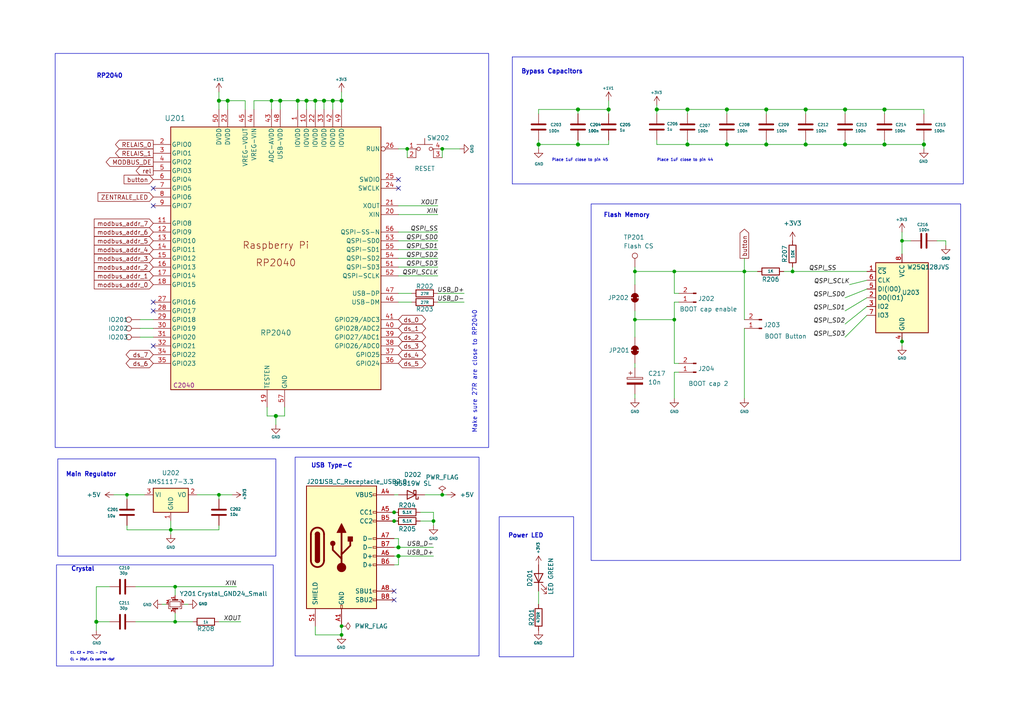
<source format=kicad_sch>
(kicad_sch (version 20231120) (generator "eeschema") (generator_version "8.0")
  (paper "A4")
  (title_block (title "CPU") (date "2023-11-24"))
  (lib_symbols
    (symbol "00_project_library:AMS1117-3.3"
      (property "Reference" "U" (at -3.81 3.175 0))
      (property "Value" "AMS1117-3.3" (at 0 3.175 0))
      (symbol "AMS1117-3.3_1_1"
        (pin power_in line (at 0 -7.62 90) (length 2.54) (name "GND") (number "1"))
        (pin power_out line (at 7.62 0 180) (length 2.54) (name "VO") (number "2"))
        (pin power_in line (at -7.62 0 0) (length 2.54) (name "VI") (number "3"))
      )
    )
    (symbol "00_project_library:C" (pin_numbers hide) (pin_names (offset 0.254))
      (property "Reference" "C" (at 0.635 2.54 0))
      (property "Value" "C" (at 0.635 -2.54 0))
      (symbol "C_1_1"
        (pin passive line (at 0 3.81 270) (length 2.794) (name "~") (number "1"))
        (pin passive line (at 0 -3.81 90) (length 2.794) (name "~") (number "2"))
      )
    )
    (symbol "00_project_library:Crystal_GND24_Small" (pin_names (offset 1.016) hide)
      (property "Reference" "Y" (at 1.27 4.445 0))
      (property "Value" "Crystal_GND24_Small" (at 1.27 2.54 0))
      (symbol "Crystal_GND24_Small_1_1"
        (pin passive line (at -2.54 0 0) (length 1.27) (name "1") (number "1"))
        (pin passive line (at 0 -2.54 90) (length 0.635) (name "2") (number "2"))
        (pin passive line (at 2.54 0 180) (length 1.27) (name "3") (number "3"))
        (pin passive line (at 0 2.54 270) (length 0.635) (name "4") (number "4"))
      )
    )
    (symbol "00_project_library:LED GREEN" (pin_numbers hide) (pin_names (offset 1.016) hide)
      (property "Reference" "D" (at 0 2.54 0))
      (property "Value" "LED GREEN" (at 0 -2.54 0))
      (symbol "LED GREEN_1_1"
        (pin passive line (at -3.81 0 0) (length 2.54) (name "K") (number "1"))
        (pin passive line (at 3.81 0 180) (length 2.54) (name "A") (number "2"))
      )
    )
    (symbol "00_project_library:RP2040" (pin_names (offset 0.254))
      (property "Reference" "U" (at 1.27 78.74 0))
      (property "Value" "RP2040" (at 30.48 16.51 0))
      (symbol "RP2040_0_0"
        (text "Raspberry Pi" (at 30.48 41.91 0) (effects (font (size 2 2))))
        (text "RP2040" (at 30.48 36.83 0) (effects (font (size 2 2))))
      )
      (symbol "RP2040_1_1"
        (pin power_in line (at 36.83 81.28 270) (length 5.08) (name "IOVDD") (number "1"))
        (pin power_in line (at 39.37 81.28 270) (length 5.08) (name "IOVDD") (number "10"))
        (pin bidirectional line (at -5.08 48.26 0) (length 5.08) (name "GPIO8") (number "11"))
        (pin bidirectional line (at -5.08 45.72 0) (length 5.08) (name "GPIO9") (number "12"))
        (pin bidirectional line (at -5.08 43.18 0) (length 5.08) (name "GPIO10") (number "13"))
        (pin bidirectional line (at -5.08 40.64 0) (length 5.08) (name "GPIO11") (number "14"))
        (pin bidirectional line (at -5.08 38.1 0) (length 5.08) (name "GPIO12") (number "15"))
        (pin bidirectional line (at -5.08 35.56 0) (length 5.08) (name "GPIO13") (number "16"))
        (pin bidirectional line (at -5.08 33.02 0) (length 5.08) (name "GPIO14") (number "17"))
        (pin bidirectional line (at -5.08 30.48 0) (length 5.08) (name "GPIO15") (number "18"))
        (pin input line (at 27.94 -5.08 90) (length 5.08) (name "TESTEN") (number "19"))
        (pin bidirectional line (at -5.08 71.12 0) (length 5.08) (name "GPIO0") (number "2"))
        (pin bidirectional line (at 66.04 50.8 180) (length 5.08) (name "XIN") (number "20"))
        (pin output line (at 66.04 53.34 180) (length 5.08) (name "XOUT") (number "21"))
        (pin power_in line (at 41.91 81.28 270) (length 5.08) (name "IOVDD") (number "22"))
        (pin power_in line (at 16.51 81.28 270) (length 5.08) (name "DVDD") (number "23"))
        (pin unspecified line (at 66.04 58.42 180) (length 5.08) (name "SWCLK") (number "24"))
        (pin unspecified line (at 66.04 60.96 180) (length 5.08) (name "SWDIO") (number "25"))
        (pin input inverted (at 66.04 69.85 180) (length 5.08) (name "RUN") (number "26"))
        (pin bidirectional line (at -5.08 25.4 0) (length 5.08) (name "GPIO16") (number "27"))
        (pin bidirectional line (at -5.08 22.86 0) (length 5.08) (name "GPIO17") (number "28"))
        (pin bidirectional line (at -5.08 20.32 0) (length 5.08) (name "GPIO18") (number "29"))
        (pin bidirectional line (at -5.08 68.58 0) (length 5.08) (name "GPIO1") (number "3"))
        (pin bidirectional line (at -5.08 17.78 0) (length 5.08) (name "GPIO19") (number "30"))
        (pin bidirectional line (at -5.08 15.24 0) (length 5.08) (name "GPIO20") (number "31"))
        (pin bidirectional line (at -5.08 12.7 0) (length 5.08) (name "GPIO21") (number "32"))
        (pin power_in line (at 44.45 81.28 270) (length 5.08) (name "IOVDD") (number "33"))
        (pin bidirectional line (at -5.08 10.16 0) (length 5.08) (name "GPIO22") (number "34"))
        (pin bidirectional line (at -5.08 7.62 0) (length 5.08) (name "GPIO23") (number "35"))
        (pin bidirectional line (at 66.04 7.62 180) (length 5.08) (name "GPIO24") (number "36"))
        (pin bidirectional line (at 66.04 10.16 180) (length 5.08) (name "GPIO25") (number "37"))
        (pin bidirectional line (at 66.04 12.7 180) (length 5.08) (name "GPIO26/ADC0") (number "38"))
        (pin bidirectional line (at 66.04 15.24 180) (length 5.08) (name "GPIO27/ADC1") (number "39"))
        (pin bidirectional line (at -5.08 66.04 0) (length 5.08) (name "GPIO2") (number "4"))
        (pin bidirectional line (at 66.04 17.78 180) (length 5.08) (name "GPIO28/ADC2") (number "40"))
        (pin bidirectional line (at 66.04 20.32 180) (length 5.08) (name "GPIO29/ADC3") (number "41"))
        (pin power_in line (at 46.99 81.28 270) (length 5.08) (name "IOVDD") (number "42"))
        (pin power_in line (at 29.21 81.28 270) (length 5.08) (name "ADC-AVDD") (number "43"))
        (pin power_in line (at 24.13 81.28 270) (length 5.08) (name "VREG-VIN") (number "44"))
        (pin power_out line (at 21.59 81.28 270) (length 5.08) (name "VREG-VOUT") (number "45"))
        (pin bidirectional line (at 66.04 25.4 180) (length 5.08) (name "USB-DM") (number "46"))
        (pin bidirectional line (at 66.04 27.94 180) (length 5.08) (name "USB-DP") (number "47"))
        (pin power_in line (at 31.75 81.28 270) (length 5.08) (name "USB-VDD") (number "48"))
        (pin power_in line (at 49.53 81.28 270) (length 5.08) (name "IOVDD") (number "49"))
        (pin bidirectional line (at -5.08 63.5 0) (length 5.08) (name "GPIO3") (number "5"))
        (pin power_in line (at 13.97 81.28 270) (length 5.08) (name "DVDD") (number "50"))
        (pin bidirectional line (at 66.04 35.56 180) (length 5.08) (name "QSPI-SD3") (number "51"))
        (pin bidirectional line (at 66.04 33.02 180) (length 5.08) (name "QSPI-SCLK") (number "52"))
        (pin bidirectional line (at 66.04 43.18 180) (length 5.08) (name "QSPI-SD0") (number "53"))
        (pin bidirectional line (at 66.04 38.1 180) (length 5.08) (name "QSPI-SD2") (number "54"))
        (pin bidirectional line (at 66.04 40.64 180) (length 5.08) (name "QSPI-SD1") (number "55"))
        (pin bidirectional line (at 66.04 45.72 180) (length 5.08) (name "QSPI-SS-N") (number "56"))
        (pin power_in line (at 33.02 -5.08 90) (length 5.08) (name "GND") (number "57"))
        (pin bidirectional line (at -5.08 60.96 0) (length 5.08) (name "GPIO4") (number "6"))
        (pin bidirectional line (at -5.08 58.42 0) (length 5.08) (name "GPIO5") (number "7"))
        (pin bidirectional line (at -5.08 55.88 0) (length 5.08) (name "GPIO6") (number "8"))
        (pin bidirectional line (at -5.08 53.34 0) (length 5.08) (name "GPIO7") (number "9"))
      )
    )
    (symbol "00_project_library:SW_MEC_5E" (pin_names (offset 1.016) hide)
      (property "Reference" "SW" (at 0.635 5.715 0))
      (property "Value" "SW_MEC_5E" (at 0 -3.175 0))
      (symbol "SW_MEC_5E_0_1"
        (pin passive line (at -5.08 2.54 0) (length 2.54) (name "1") (number "1"))
        (pin passive line (at -5.08 0 0) (length 2.54) (name "2") (number "2"))
        (pin passive line (at 5.08 0 180) (length 2.54) (name "K") (number "3"))
        (pin passive line (at 5.08 2.54 180) (length 2.54) (name "A") (number "4"))
      )
    )
    (symbol "00_project_library:USB_C_Receptacle_USB2.0" (pin_names (offset 1.016))
      (property "Reference" "J" (at -10.16 19.05 0))
      (property "Value" "USB_C_Receptacle_USB2.0" (at 19.05 19.05 0))
      (symbol "USB_C_Receptacle_USB2.0_1_1"
        (pin passive line (at 0 -22.86 90) (length 5.08) (name "GND") (number "A1"))
        (pin passive line (at 0 -22.86 90) (length 5.08) hide (name "GND") (number "A12"))
        (pin passive line (at 15.24 15.24 180) (length 5.08) (name "VBUS") (number "A4"))
        (pin bidirectional line (at 15.24 10.16 180) (length 5.08) (name "CC1") (number "A5"))
        (pin bidirectional line (at 15.24 -2.54 180) (length 5.08) (name "D+") (number "A6"))
        (pin bidirectional line (at 15.24 2.54 180) (length 5.08) (name "D-") (number "A7"))
        (pin bidirectional line (at 15.24 -12.7 180) (length 5.08) (name "SBU1") (number "A8"))
        (pin passive line (at 15.24 15.24 180) (length 5.08) hide (name "VBUS") (number "A9"))
        (pin passive line (at 0 -22.86 90) (length 5.08) hide (name "GND") (number "B1"))
        (pin passive line (at 0 -22.86 90) (length 5.08) hide (name "GND") (number "B12"))
        (pin passive line (at 15.24 15.24 180) (length 5.08) hide (name "VBUS") (number "B4"))
        (pin bidirectional line (at 15.24 7.62 180) (length 5.08) (name "CC2") (number "B5"))
        (pin bidirectional line (at 15.24 -5.08 180) (length 5.08) (name "D+") (number "B6"))
        (pin bidirectional line (at 15.24 0 180) (length 5.08) (name "D-") (number "B7"))
        (pin bidirectional line (at 15.24 -15.24 180) (length 5.08) (name "SBU2") (number "B8"))
        (pin passive line (at 15.24 15.24 180) (length 5.08) hide (name "VBUS") (number "B9"))
        (pin passive line (at -7.62 -22.86 90) (length 5.08) (name "SHIELD") (number "S1"))
      )
    )
    (symbol "00_project_library:W25Q128JVS"
      (property "Reference" "U" (at -8.89 8.89 0))
      (property "Value" "W25Q128JVS" (at 7.62 8.89 0))
      (symbol "W25Q128JVS_1_1"
        (pin input line (at -10.16 7.62 0) (length 2.54) (name "~{CS}") (number "1"))
        (pin bidirectional line (at -10.16 0 0) (length 2.54) (name "DO(IO1)") (number "2"))
        (pin bidirectional line (at -10.16 -2.54 0) (length 2.54) (name "IO2") (number "3"))
        (pin power_in line (at 0 -12.7 90) (length 2.54) (name "GND") (number "4"))
        (pin bidirectional line (at -10.16 2.54 0) (length 2.54) (name "DI(IO0)") (number "5"))
        (pin input line (at -10.16 5.08 0) (length 2.54) (name "CLK") (number "6"))
        (pin bidirectional line (at -10.16 -5.08 0) (length 2.54) (name "IO3") (number "7"))
        (pin power_in line (at 0 12.7 270) (length 2.54) (name "VCC") (number "8"))
      )
    )
    (symbol "Connector:Conn_01x02_Pin" (pin_names (offset 1.016) hide)
      (property "Reference" "J" (at 0 2.54 0))
      (property "Value" "Conn_01x02_Pin" (at 0 -5.08 0))
      (symbol "Conn_01x02_Pin_1_1"
        (pin passive line (at 5.08 0 180) (length 3.81) (name "Pin_1") (number "1"))
        (pin passive line (at 5.08 -2.54 180) (length 3.81) (name "Pin_2") (number "2"))
      )
    )
    (symbol "Connector:TestPoint" (pin_numbers hide) (pin_names (offset 0.762) hide)
      (property "Reference" "TP" (at 0 6.858 0))
      (property "Value" "TestPoint" (at 0 5.08 0))
      (symbol "TestPoint_1_1"
        (pin passive line (at 0 0 90) (length 2.54) (name "1") (number "1"))
      )
    )
    (symbol "Device:C_Polarized" (pin_numbers hide) (pin_names (offset 0.254))
      (property "Reference" "C" (at 0.635 2.54 0))
      (property "Value" "C_Polarized" (at 0.635 -2.54 0))
      (symbol "C_Polarized_1_1"
        (pin passive line (at 0 3.81 270) (length 2.794) (name "~") (number "1"))
        (pin passive line (at 0 -3.81 90) (length 2.794) (name "~") (number "2"))
      )
    )
    (symbol "Device:D_Schottky" (pin_numbers hide) (pin_names (offset 1.016) hide)
      (property "Reference" "D" (at 0 2.54 0))
      (property "Value" "D_Schottky" (at 0 -2.54 0))
      (symbol "D_Schottky_1_1"
        (pin passive line (at -3.81 0 0) (length 2.54) (name "K") (number "1"))
        (pin passive line (at 3.81 0 180) (length 2.54) (name "A") (number "2"))
      )
    )
    (symbol "Device:R" (pin_numbers hide) (pin_names (offset 0))
      (property "Reference" "R" (at 2.032 0 90))
      (property "Value" "R" (at 0 0 90))
      (symbol "R_1_1"
        (pin passive line (at 0 3.81 270) (length 1.27) (name "~") (number "1"))
        (pin passive line (at 0 -3.81 90) (length 1.27) (name "~") (number "2"))
      )
    )
    (symbol "Jumper:SolderJumper_2_Bridged" (pin_numbers hide) (pin_names (offset 0) hide) (exclude_from_sim yes) (in_bom no)
      (property "Reference" "JP" (at 0 2.032 0))
      (property "Value" "SolderJumper_2_Bridged" (at 0 -2.54 0))
      (symbol "SolderJumper_2_Bridged_1_1"
        (pin passive line (at -3.81 0 0) (length 2.54) (name "A") (number "1"))
        (pin passive line (at 3.81 0 180) (length 2.54) (name "B") (number "2"))
      )
    )
    (symbol "power:+1V1" (power) (pin_names (offset 0))
      (property "Value" "+1V1" (at 0 3.556 0))
      (symbol "+1V1_1_1"
        (pin power_in line (at 0 0 90) (length 0) hide (name "+1V1") (number "1"))
      )
    )
    (symbol "power:+3V3" (power) (pin_names (offset 0))
      (property "Value" "+3V3" (at 0 3.556 0))
      (symbol "+3V3_1_1"
        (pin power_in line (at 0 0 90) (length 0) hide (name "+3V3") (number "1"))
      )
    )
    (symbol "power:+5V" (power) (pin_names (offset 0))
      (property "Value" "+5V" (at 0 3.556 0))
      (symbol "+5V_1_1"
        (pin power_in line (at 0 0 90) (length 0) hide (name "+5V") (number "1"))
      )
    )
    (symbol "power:GND" (power) (pin_names (offset 0))
      (property "Value" "GND" (at 0 -3.81 0))
      (symbol "GND_1_1"
        (pin power_in line (at 0 0 270) (length 0) hide (name "GND") (number "1"))
      )
    )
    (symbol "power:PWR_FLAG" (power) (pin_numbers hide) (pin_names (offset 0) hide)
      (property "Value" "PWR_FLAG" (at 0 3.81 0))
      (symbol "PWR_FLAG_0_0"
        (pin power_out line (at 0 0 90) (length 0) (name "pwr") (number "1"))
      )
    )
  )
  (junction (at 91.44 29.21) (diameter 1.016))
  (junction (at 261.62 69.85))
  (junction (at 215.9 78.74))
  (junction (at 80.01 120.65) (diameter 1.016))
  (junction (at 195.58 78.74))
  (junction (at 176.53 31.75) (diameter 1.016))
  (junction (at 261.62 99.06))
  (junction (at 99.06 29.21) (diameter 1.016))
  (junction (at 222.25 31.75) (diameter 1.016))
  (junction (at 156.21 41.91) (diameter 1.016))
  (junction (at 78.74 29.21))
  (junction (at 125.73 151.13))
  (junction (at 233.68 31.75) (diameter 1.016))
  (junction (at 63.5 29.21) (diameter 1.016))
  (junction (at 222.25 41.91) (diameter 1.016))
  (junction (at 245.11 31.75) (diameter 1.016))
  (junction (at 88.9 29.21) (diameter 1.016))
  (junction (at 49.53 153.67))
  (junction (at 167.64 41.91) (diameter 1.016))
  (junction (at 81.28 29.21) (diameter 1.016))
  (junction (at 210.82 31.75) (diameter 1.016))
  (junction (at 190.5 31.75) (diameter 1.016))
  (junction (at 195.58 92.71))
  (junction (at 184.15 92.71))
  (junction (at 267.97 41.91) (diameter 1.016))
  (junction (at 96.52 29.21) (diameter 1.016))
  (junction (at 36.83 143.51))
  (junction (at 115.57 161.29) (diameter 1.016))
  (junction (at 114.3 148.59))
  (junction (at 86.36 29.21) (diameter 1.016))
  (junction (at 66.04 29.21) (diameter 1.016))
  (junction (at 184.15 78.74))
  (junction (at 256.54 31.75) (diameter 1.016))
  (junction (at 199.39 41.91) (diameter 1.016))
  (junction (at 63.5 143.51))
  (junction (at 210.82 41.91) (diameter 1.016))
  (junction (at 128.27 43.18))
  (junction (at 50.8 170.18))
  (junction (at 27.94 180.34) (diameter 1.016))
  (junction (at 256.54 41.91) (diameter 1.016))
  (junction (at 118.11 43.18))
  (junction (at 99.06 181.61))
  (junction (at 99.06 184.15))
  (junction (at 93.98 29.21) (diameter 1.016))
  (junction (at 233.68 41.91) (diameter 1.016))
  (junction (at 245.11 41.91) (diameter 1.016))
  (junction (at 50.8 180.34))
  (junction (at 229.87 78.74))
  (junction (at 115.57 158.75) (diameter 1.016))
  (junction (at 114.3 151.13))
  (junction (at 167.64 31.75) (diameter 1.016))
  (junction (at 199.39 31.75) (diameter 1.016))
  (junction (at 128.27 143.51))
  (no_connect (at 114.3 173.99))
  (no_connect (at 114.3 171.45))
  (no_connect (at 115.57 52.07))
  (no_connect (at 44.45 100.33))
  (no_connect (at 44.45 90.17))
  (no_connect (at 44.45 87.63))
  (no_connect (at 115.57 54.61))
  (no_connect (at 44.45 54.61))
  (no_connect (at 44.45 59.69))
  (wire (pts (xy 99.06 31.75) (xy 99.06 29.21)))
  (wire (pts (xy 184.15 78.74) (xy 184.15 82.55)))
  (wire (pts (xy 184.15 90.17) (xy 184.15 92.71)))
  (wire (pts (xy 121.92 148.59) (xy 125.73 148.59)))
  (wire (pts (xy 115.57 69.85) (xy 127 69.85)))
  (wire (pts (xy 184.15 115.57) (xy 184.15 114.3)))
  (wire (pts (xy 80.01 120.65) (xy 82.55 120.65)))
  (wire (pts (xy 118.11 43.18) (xy 118.11 45.72)))
  (wire (pts (xy 82.55 120.65) (xy 82.55 118.11)))
  (wire (pts (xy 91.44 29.21) (xy 93.98 29.21)))
  (wire (pts (xy 81.28 31.75) (xy 81.28 29.21)))
  (wire (pts (xy 222.25 41.91) (xy 210.82 41.91)))
  (wire (pts (xy 96.52 29.21) (xy 99.06 29.21)))
  (wire (pts (xy 93.98 29.21) (xy 96.52 29.21)))
  (wire (pts (xy 271.78 69.85) (xy 274.32 69.85)))
  (wire (pts (xy 256.54 33.02) (xy 256.54 31.75)))
  (wire (pts (xy 63.5 144.78) (xy 63.5 143.51)))
  (wire (pts (xy 49.53 153.67) (xy 49.53 154.94)))
  (wire (pts (xy 199.39 40.64) (xy 199.39 41.91)))
  (wire (pts (xy 115.57 62.23) (xy 127 62.23)))
  (wire (pts (xy 251.46 88.9) (xy 245.11 93.98)))
  (wire (pts (xy 233.68 33.02) (xy 233.68 31.75)))
  (polyline (pts (xy 148.59 16.51) (xy 148.59 53.34)))
  (wire (pts (xy 195.58 107.95) (xy 195.58 115.57)))
  (wire (pts (xy 190.5 31.75) (xy 190.5 33.02)))
  (wire (pts (xy 229.87 77.47) (xy 229.87 78.74)))
  (wire (pts (xy 167.64 41.91) (xy 167.64 40.64)))
  (wire (pts (xy 256.54 31.75) (xy 267.97 31.75)))
  (wire (pts (xy 184.15 78.74) (xy 195.58 78.74)))
  (wire (pts (xy 261.62 99.06) (xy 261.62 100.33)))
  (wire (pts (xy 115.57 67.31) (xy 127 67.31)))
  (wire (pts (xy 199.39 31.75) (xy 210.82 31.75)))
  (wire (pts (xy 78.74 31.75) (xy 78.74 29.21)))
  (wire (pts (xy 115.57 158.75) (xy 125.73 158.75)))
  (wire (pts (xy 256.54 41.91) (xy 245.11 41.91)))
  (wire (pts (xy 115.57 59.69) (xy 127 59.69)))
  (wire (pts (xy 215.9 78.74) (xy 215.9 92.71)))
  (wire (pts (xy 80.01 123.19) (xy 80.01 120.65)))
  (wire (pts (xy 39.37 180.34) (xy 50.8 180.34)))
  (wire (pts (xy 251.46 83.82) (xy 245.11 86.36)))
  (polyline (pts (xy 279.4 53.34) (xy 148.59 53.34)))
  (wire (pts (xy 190.5 40.64) (xy 190.5 41.91)))
  (wire (pts (xy 245.11 41.91) (xy 233.68 41.91)))
  (wire (pts (xy 245.11 40.64) (xy 245.11 41.91)))
  (wire (pts (xy 156.21 41.91) (xy 167.64 41.91)))
  (wire (pts (xy 36.83 152.4) (xy 36.83 153.67)))
  (wire (pts (xy 88.9 29.21) (xy 91.44 29.21)))
  (wire (pts (xy 115.57 72.39) (xy 127 72.39)))
  (wire (pts (xy 78.74 29.21) (xy 81.28 29.21)))
  (wire (pts (xy 36.83 143.51) (xy 36.83 144.78)))
  (wire (pts (xy 123.19 143.51) (xy 128.27 143.51)))
  (wire (pts (xy 93.98 31.75) (xy 93.98 29.21)))
  (wire (pts (xy 245.11 31.75) (xy 256.54 31.75)))
  (wire (pts (xy 267.97 41.91) (xy 267.97 43.18)))
  (wire (pts (xy 63.5 26.67) (xy 63.5 29.21)))
  (wire (pts (xy 66.04 31.75) (xy 66.04 29.21)))
  (wire (pts (xy 274.32 69.85) (xy 274.32 71.12)))
  (wire (pts (xy 127 85.09) (xy 134.62 85.09)))
  (wire (pts (xy 77.47 120.65) (xy 77.47 118.11)))
  (wire (pts (xy 40.64 97.79) (xy 44.45 97.79)))
  (wire (pts (xy 50.8 177.8) (xy 50.8 180.34)))
  (wire (pts (xy 215.9 74.93) (xy 215.9 78.74)))
  (wire (pts (xy 184.15 106.68) (xy 184.15 105.41)))
  (wire (pts (xy 86.36 31.75) (xy 86.36 29.21)))
  (wire (pts (xy 245.11 33.02) (xy 245.11 31.75)))
  (wire (pts (xy 215.9 95.25) (xy 215.9 115.57)))
  (wire (pts (xy 99.06 181.61) (xy 99.06 184.15)))
  (wire (pts (xy 91.44 184.15) (xy 99.06 184.15)))
  (wire (pts (xy 251.46 81.28) (xy 246.38 82.55)))
  (wire (pts (xy 31.75 180.34) (xy 27.94 180.34)))
  (wire (pts (xy 267.97 33.02) (xy 267.97 31.75)))
  (wire (pts (xy 176.53 29.21) (xy 176.53 31.75)))
  (wire (pts (xy 73.66 31.75) (xy 73.66 29.21)))
  (wire (pts (xy 261.62 67.31) (xy 261.62 69.85)))
  (wire (pts (xy 46.99 175.26) (xy 48.26 175.26)))
  (wire (pts (xy 190.5 31.75) (xy 199.39 31.75)))
  (wire (pts (xy 190.5 41.91) (xy 199.39 41.91)))
  (wire (pts (xy 31.75 170.18) (xy 27.94 170.18)))
  (wire (pts (xy 49.53 151.13) (xy 49.53 153.67)))
  (wire (pts (xy 184.15 97.79) (xy 184.15 92.71)))
  (wire (pts (xy 128.27 43.18) (xy 133.35 43.18)))
  (wire (pts (xy 114.3 158.75) (xy 115.57 158.75)))
  (wire (pts (xy 91.44 31.75) (xy 91.44 29.21)))
  (wire (pts (xy 86.36 29.21) (xy 88.9 29.21)))
  (wire (pts (xy 96.52 29.21) (xy 96.52 31.75)))
  (wire (pts (xy 267.97 40.64) (xy 267.97 41.91)))
  (wire (pts (xy 210.82 40.64) (xy 210.82 41.91)))
  (wire (pts (xy 63.5 180.34) (xy 69.85 180.34)))
  (wire (pts (xy 261.62 97.79) (xy 261.62 99.06)))
  (wire (pts (xy 27.94 180.34) (xy 27.94 182.88)))
  (wire (pts (xy 229.87 78.74) (xy 251.46 78.74)))
  (wire (pts (xy 195.58 105.41) (xy 196.85 105.41)))
  (wire (pts (xy 156.21 31.75) (xy 167.64 31.75)))
  (wire (pts (xy 36.83 153.67) (xy 49.53 153.67)))
  (wire (pts (xy 71.12 29.21) (xy 66.04 29.21)))
  (wire (pts (xy 41.91 143.51) (xy 36.83 143.51)))
  (wire (pts (xy 115.57 87.63) (xy 119.38 87.63)))
  (wire (pts (xy 40.64 95.25) (xy 44.45 95.25)))
  (wire (pts (xy 50.8 180.34) (xy 55.88 180.34)))
  (wire (pts (xy 184.15 77.47) (xy 184.15 78.74)))
  (wire (pts (xy 121.92 151.13) (xy 125.73 151.13)))
  (wire (pts (xy 33.02 143.51) (xy 36.83 143.51)))
  (wire (pts (xy 127 87.63) (xy 134.62 87.63)))
  (wire (pts (xy 115.57 85.09) (xy 119.38 85.09)))
  (wire (pts (xy 176.53 31.75) (xy 176.53 33.02)))
  (wire (pts (xy 50.8 170.18) (xy 50.8 172.72)))
  (wire (pts (xy 114.3 151.13) (xy 115.57 151.13)))
  (wire (pts (xy 261.62 69.85) (xy 261.62 73.66)))
  (wire (pts (xy 195.58 105.41) (xy 195.58 92.71)))
  (wire (pts (xy 251.46 91.44) (xy 245.11 97.79)))
  (wire (pts (xy 184.15 92.71) (xy 195.58 92.71)))
  (wire (pts (xy 156.21 171.45) (xy 156.21 175.26)))
  (wire (pts (xy 233.68 40.64) (xy 233.68 41.91)))
  (wire (pts (xy 73.66 29.21) (xy 78.74 29.21)))
  (wire (pts (xy 156.21 41.91) (xy 156.21 43.18)))
  (wire (pts (xy 67.31 143.51) (xy 63.5 143.51)))
  (wire (pts (xy 261.62 69.85) (xy 264.16 69.85)))
  (wire (pts (xy 233.68 41.91) (xy 222.25 41.91)))
  (wire (pts (xy 195.58 78.74) (xy 215.9 78.74)))
  (wire (pts (xy 233.68 31.75) (xy 245.11 31.75)))
  (wire (pts (xy 210.82 33.02) (xy 210.82 31.75)))
  (polyline (pts (xy 148.59 16.51) (xy 279.4 16.51)))
  (wire (pts (xy 49.53 153.67) (xy 63.5 153.67)))
  (wire (pts (xy 195.58 87.63) (xy 195.58 92.71)))
  (wire (pts (xy 167.64 31.75) (xy 176.53 31.75)))
  (wire (pts (xy 215.9 78.74) (xy 219.71 78.74)))
  (wire (pts (xy 91.44 181.61) (xy 91.44 184.15)))
  (wire (pts (xy 115.57 43.18) (xy 118.11 43.18)))
  (wire (pts (xy 40.64 92.71) (xy 44.45 92.71)))
  (wire (pts (xy 125.73 151.13) (xy 125.73 152.4)))
  (wire (pts (xy 88.9 31.75) (xy 88.9 29.21)))
  (wire (pts (xy 176.53 41.91) (xy 167.64 41.91)))
  (wire (pts (xy 81.28 29.21) (xy 86.36 29.21)))
  (wire (pts (xy 222.25 31.75) (xy 233.68 31.75)))
  (wire (pts (xy 195.58 107.95) (xy 196.85 107.95)))
  (wire (pts (xy 251.46 86.36) (xy 245.11 90.17)))
  (wire (pts (xy 114.3 143.51) (xy 115.57 143.51)))
  (wire (pts (xy 63.5 143.51) (xy 57.15 143.51)))
  (wire (pts (xy 222.25 40.64) (xy 222.25 41.91)))
  (wire (pts (xy 63.5 29.21) (xy 63.5 31.75)))
  (wire (pts (xy 80.01 120.65) (xy 77.47 120.65)))
  (wire (pts (xy 63.5 29.21) (xy 66.04 29.21)))
  (wire (pts (xy 167.64 33.02) (xy 167.64 31.75)))
  (wire (pts (xy 210.82 41.91) (xy 199.39 41.91)))
  (wire (pts (xy 114.3 156.21) (xy 115.57 156.21)))
  (wire (pts (xy 63.5 152.4) (xy 63.5 153.67)))
  (wire (pts (xy 195.58 85.09) (xy 196.85 85.09)))
  (wire (pts (xy 114.3 163.83) (xy 115.57 163.83)))
  (wire (pts (xy 227.33 78.74) (xy 229.87 78.74)))
  (wire (pts (xy 256.54 41.91) (xy 267.97 41.91)))
  (wire (pts (xy 115.57 156.21) (xy 115.57 158.75)))
  (wire (pts (xy 156.21 40.64) (xy 156.21 41.91)))
  (polyline (pts (xy 279.4 16.51) (xy 279.4 53.34)))
  (wire (pts (xy 99.06 26.67) (xy 99.06 29.21)))
  (wire (pts (xy 125.73 148.59) (xy 125.73 151.13)))
  (wire (pts (xy 53.34 175.26) (xy 54.61 175.26)))
  (wire (pts (xy 195.58 87.63) (xy 196.85 87.63)))
  (wire (pts (xy 27.94 170.18) (xy 27.94 180.34)))
  (wire (pts (xy 115.57 80.01) (xy 127 80.01)))
  (wire (pts (xy 115.57 161.29) (xy 125.73 161.29)))
  (wire (pts (xy 128.27 43.18) (xy 128.27 45.72)))
  (wire (pts (xy 128.27 143.51) (xy 129.54 143.51)))
  (wire (pts (xy 256.54 40.64) (xy 256.54 41.91)))
  (wire (pts (xy 115.57 77.47) (xy 127 77.47)))
  (wire (pts (xy 39.37 170.18) (xy 50.8 170.18)))
  (wire (pts (xy 190.5 30.48) (xy 190.5 31.75)))
  (wire (pts (xy 71.12 31.75) (xy 71.12 29.21)))
  (wire (pts (xy 176.53 40.64) (xy 176.53 41.91)))
  (wire (pts (xy 156.21 33.02) (xy 156.21 31.75)))
  (wire (pts (xy 50.8 170.18) (xy 68.58 170.18)))
  (wire (pts (xy 114.3 161.29) (xy 115.57 161.29)))
  (wire (pts (xy 115.57 163.83) (xy 115.57 161.29)))
  (wire (pts (xy 114.3 148.59) (xy 115.57 148.59)))
  (wire (pts (xy 210.82 31.75) (xy 222.25 31.75)))
  (wire (pts (xy 222.25 33.02) (xy 222.25 31.75)))
  (wire (pts (xy 199.39 33.02) (xy 199.39 31.75)))
  (wire (pts (xy 115.57 74.93) (xy 127 74.93)))
  (wire (pts (xy 195.58 78.74) (xy 195.58 85.09)))
  (rectangle (start 16.383 163.83) (end 79.248 193.167))
  (rectangle (start 171.45 59.1509) (end 278.638 162.56))
  (rectangle (start 16.002 15.494) (end 141.732 129.794))
  (rectangle (start 16.764 133.096) (end 80.01 161.29))
  (rectangle (start 85.598 132.588) (end 138.938 190.246))
  (rectangle (start 144.78 149.86) (end 166.37 190.5))
  (text "USB Type-C" (at 90.17 135.89 0) (effects (font (size 1.27 1.27) (thickness 0.254) (bold yes)) (justify left bottom)))
  (text "Crystal" (at 20.574 165.862 0) (effects (font (size 1.27 1.27) (thickness 0.254) (bold yes)) (justify left bottom)))
  (text "Make sure 27R are close to RP2040" (at 138.43 125.73 90) (effects (font (size 1.27 1.27)) (justify left bottom)))
  (text "RP2040" (at 27.94 22.86 0) (effects (font (size 1.27 1.27) (thickness 0.254) (bold yes)) (justify left bottom)))
  (text "Place 1uF close to pin 44" (at 190.5 46.99 0) (effects (font (size 0.8 0.8)) (justify left bottom)))
  (text "Place 1uF close to pin 45" (at 160.02 46.99 0) (effects (font (size 0.8 0.8)) (justify left bottom)))
  (text "Power LED" (at 147.32 156.21 0) (effects (font (size 1.27 1.27) (thickness 0.254) (bold yes)) (justify left bottom)))
  (text "Main Regulator" (at 19.05 138.43 0) (effects (font (size 1.27 1.27) (thickness 0.254) (bold yes)) (justify left bottom)))
  (text "Flash Memory" (at 175.006 63.246 0) (effects (font (size 1.27 1.27) (thickness 0.254) (bold yes)) (justify left bottom)))
  (text "Bypass Capacitors" (at 151.13 21.59 0) (effects (font (size 1.27 1.27) (thickness 0.254) (bold yes)) (justify left bottom)))
  (text "C1, C2 = 2*CL - 2*Cs\n\nCL = 20pF, Cs can be ~5pF" (at 20.32 191.77 0) (effects (font (size 0.6 0.6)) (justify left bottom)))
  (label "QSPI_SCLK" (at 127 80.01 180) (effects (font (italic yes))))
  (label "QSPI_SD2" (at 245.11 93.98 180) (effects (font (italic yes))))
  (label "QSPI_SS" (at 127 67.31 180) (effects (font (italic yes))))
  (label "QSPI_SD1" (at 245.11 90.17 180) (effects (font (italic yes))))
  (label "QSPI_SD2" (at 127 74.93 180) (effects (font (italic yes))))
  (label "QSPI_SD0" (at 127 69.85 180) (effects (font (italic yes))))
  (label "XOUT" (at 69.85 180.34 180) (effects (font (italic yes))))
  (label "QSPI_SD1" (at 127 72.39 180) (effects (font (italic yes))))
  (label "QSPI_SD0" (at 245.11 86.36 180) (effects (font (italic yes))))
  (label "USB_D+" (at 134.62 85.09 180) (effects (font (italic yes))))
  (label "XIN" (at 68.58 170.18 180) (effects (font (italic yes))))
  (label "QSPI_SCLK" (at 246.38 82.55 180) (effects (font (italic yes))))
  (label "QSPI_SD3" (at 245.11 97.79 180) (effects (font (italic yes))))
  (label "QSPI_SD3" (at 127 77.47 180) (effects (font (italic yes))))
  (label "USB_D-" (at 125.73 158.75 180) (effects (font (italic yes))))
  (label "XOUT" (at 127 59.69 180) (effects (font (italic yes))))
  (label "QSPI_SS" (at 242.57 78.74 180) (effects (font (italic yes))))
  (label "XIN" (at 127 62.23 180) (effects (font (italic yes))))
  (label "USB_D-" (at 134.62 87.63 180) (effects (font (italic yes))))
  (label "USB_D+" (at 125.73 161.29 180) (effects (font (italic yes))))
  (global_label "modbus_addr_5" (shape input) (at 44.45 69.85 180) (property "Intersheetrefs" "${INTERSHEET_REFS}" (effects (hide yes))))
  (global_label "modbus_addr_4" (shape input) (at 44.45 72.39 180) (property "Intersheetrefs" "${INTERSHEET_REFS}" (effects (hide yes))))
  (global_label "ds_3" (shape bidirectional) (at 115.57 100.33 0) (property "Intersheetrefs" "${INTERSHEET_REFS}" (effects (hide yes))))
  (global_label "ZENTRALE_LED" (shape input) (at 44.45 57.15 180) (property "Intersheetrefs" "${INTERSHEET_REFS}" (effects (hide yes))))
  (global_label "MODBUS_DE" (shape output) (at 44.45 46.99 180) (property "Intersheetrefs" "${INTERSHEET_REFS}" (effects (hide yes))))
  (global_label "ds_5" (shape bidirectional) (at 115.57 105.41 0) (property "Intersheetrefs" "${INTERSHEET_REFS}" (effects (hide yes))))
  (global_label "button" (shape output) (at 215.9 74.93 90) (property "Intersheetrefs" "${INTERSHEET_REFS}" (effects (hide yes))))
  (global_label "ds_7" (shape bidirectional) (at 44.45 102.87 180) (property "Intersheetrefs" "${INTERSHEET_REFS}" (effects (hide yes))))
  (global_label "modbus_addr_2" (shape input) (at 44.45 77.47 180) (property "Intersheetrefs" "${INTERSHEET_REFS}" (effects (hide yes))))
  (global_label "ds_1" (shape bidirectional) (at 115.57 95.25 0) (property "Intersheetrefs" "${INTERSHEET_REFS}" (effects (hide yes))))
  (global_label "modbus_addr_3" (shape input) (at 44.45 74.93 180) (property "Intersheetrefs" "${INTERSHEET_REFS}" (effects (hide yes))))
  (global_label "ds_2" (shape bidirectional) (at 115.57 97.79 0) (property "Intersheetrefs" "${INTERSHEET_REFS}" (effects (hide yes))))
  (global_label "RELAIS_0" (shape output) (at 44.45 41.91 180) (property "Intersheetrefs" "${INTERSHEET_REFS}" (effects (hide yes))))
  (global_label "rel" (shape output) (at 44.45 49.53 180) (property "Intersheetrefs" "${INTERSHEET_REFS}" (effects (hide yes))))
  (global_label "ds_6" (shape bidirectional) (at 44.45 105.41 180) (property "Intersheetrefs" "${INTERSHEET_REFS}" (effects (hide yes))))
  (global_label "button" (shape input) (at 44.45 52.07 180) (property "Intersheetrefs" "${INTERSHEET_REFS}" (effects (hide yes))))
  (global_label "modbus_addr_7" (shape input) (at 44.45 64.77 180) (property "Intersheetrefs" "${INTERSHEET_REFS}" (effects (hide yes))))
  (global_label "ds_4" (shape bidirectional) (at 115.57 102.87 0) (property "Intersheetrefs" "${INTERSHEET_REFS}" (effects (hide yes))))
  (global_label "modbus_addr_0" (shape input) (at 44.45 82.55 180) (property "Intersheetrefs" "${INTERSHEET_REFS}" (effects (hide yes))))
  (global_label "modbus_addr_1" (shape input) (at 44.45 80.01 180) (property "Intersheetrefs" "${INTERSHEET_REFS}" (effects (hide yes))))
  (global_label "modbus_addr_6" (shape input) (at 44.45 67.31 180) (property "Intersheetrefs" "${INTERSHEET_REFS}" (effects (hide yes))))
  (global_label "RELAIS_1" (shape output) (at 44.45 44.45 180) (property "Intersheetrefs" "${INTERSHEET_REFS}" (effects (hide yes))))
  (global_label "ds_0" (shape bidirectional) (at 115.57 92.71 0) (property "Intersheetrefs" "${INTERSHEET_REFS}" (effects (hide yes))))
  (symbol (lib_id "Connector:Conn_01x02_Pin") (at 220.98 95.25 180) (unit 1)
    (property "Reference" "J203" (at 221.488 94.234 0) (effects (justify right)))
    (property "Value" "BOOT Button" (at 221.742 97.536 0) (effects (justify right)))
    (property "Footprint" "Connector_PinHeader_2.54mm:PinHeader_1x02_P2.54mm_Vertical" (effects (hide yes)))
    (property "Description" "Generic connector, single row, 01x02, script generated" (effects (hide yes)))
  )
  (symbol (lib_id "Device:R") (at 123.19 87.63 270) (unit 1)
    (property "Reference" "R203" (at 123.19 89.662 90))
    (property "Value" "27R" (at 123.19 87.7316 90) (effects (font (size 0.8 0.8))))
    (property "Footprint" "Resistor_SMD:R_0402_1005Metric_Pad0.72x0.64mm_HandSolder" (effects (hide yes)))
  )
  (symbol (lib_id "00_project_library:Crystal_GND24_Small") (at 50.8 175.26 270) (unit 1)
    (property "Reference" "Y201" (at 52.07 172.212 90) (effects (justify left)))
    (property "Value" "Crystal_GND24_Small" (at 57.15 172.212 90) (effects (justify left)))
    (property "Footprint" "00_project_library:Crystal_SMD_3225-4Pin_3.2x2.5mm" (effects (hide yes)))
    (property "JLC" "C9002" (effects (hide yes)))
  )
  (symbol (lib_id "00_project_library:C") (at 35.56 170.18 270) (unit 1)
    (property "Reference" "C210" (at 34.4424 164.719 90) (effects (font (size 0.8 0.8)) (justify left)))
    (property "Value" "30p" (at 34.671 166.243 90) (effects (font (size 0.8 0.8)) (justify left)))
    (property "Footprint" "Capacitor_SMD:C_0402_1005Metric" (effects (hide yes)))
    (property "Datasheet" "https://www.digikey.com/en/products/detail/yageo/CC0402JRNPO9BN270/302753" (effects (hide yes)))
    (property "JLC" "C1570" (effects (hide yes)))
  )
  (symbol (lib_id "Jumper:SolderJumper_2_Bridged") (at 184.15 101.6 90) (unit 1) (exclude_from_sim yes) (in_bom no)
    (property "Reference" "JP201" (at 176.53 101.6 90) (effects (justify right)))
    (property "Value" "SolderJumper_2_Bridged" (effects (hide yes)))
    (property "Description" "Solder Jumper, 2-pole, closed/bridged" (effects (hide yes)))
  )
  (symbol (lib_id "power:+3V3") (at 156.21 163.83 0) (unit 1)
    (property "Reference" "#PWR0201" (effects (hide yes)))
    (property "Value" "+3V3" (at 156.083 158.9278 90) (effects (font (size 0.8 0.8))))
  )
  (symbol (lib_id "Device:R") (at 156.21 179.07 180) (unit 1)
    (property "Reference" "R201" (at 154.178 179.07 90))
    (property "Value" "470R" (at 156.1084 179.07 90) (effects (font (size 0.8 0.8))))
    (property "Footprint" "Resistor_SMD:R_0402_1005Metric_Pad0.72x0.64mm_HandSolder" (effects (hide yes)))
  )
  (symbol (lib_id "power:GND") (at 99.06 184.15 0) (unit 1)
    (property "Reference" "#PWR0211" (effects (hide yes)))
    (property "Value" "GND" (at 98.933 187.7822 0) (effects (font (size 0.8 0.8))))
  )
  (symbol (lib_id "power:GND") (at 267.97 43.18 0) (unit 1)
    (property "Reference" "#PWR0223" (effects (hide yes)))
    (property "Value" "GND" (at 267.843 46.8122 0) (effects (font (size 0.8 0.8))))
  )
  (symbol (lib_id "00_project_library:C") (at 156.21 36.83 0) (unit 1)
    (property "Reference" "C203" (at 159.639 36.1696 0) (effects (font (size 0.8 0.8)) (justify left)))
    (property "Value" "100n" (at 159.131 37.973 0) (effects (font (size 0.8 0.8)) (justify left)))
    (property "Footprint" "Capacitor_SMD:C_0402_1005Metric_Pad0.74x0.62mm_HandSolder" (effects (hide yes)))
  )
  (symbol (lib_id "00_project_library:C") (at 233.68 36.83 0) (unit 1)
    (property "Reference" "C212" (at 237.109 36.1696 0) (effects (font (size 0.8 0.8)) (justify left)))
    (property "Value" "100n" (at 236.601 37.973 0) (effects (font (size 0.8 0.8)) (justify left)))
    (property "Footprint" "Capacitor_SMD:C_0402_1005Metric_Pad0.74x0.62mm_HandSolder" (effects (hide yes)))
  )
  (symbol (lib_id "power:GND") (at 156.21 43.18 0) (unit 1)
    (property "Reference" "#PWR0210" (effects (hide yes)))
    (property "Value" "GND" (at 156.337 47.5742 0) (effects (font (size 0.8 0.8))))
  )
  (symbol (lib_id "power:GND") (at 46.99 175.26 270) (unit 1)
    (property "Reference" "#PWR0219" (effects (hide yes)))
    (property "Value" "GND" (at 42.7228 175.387 90) (effects (font (size 0.8 0.8))))
  )
  (symbol (lib_id "power:GND") (at 184.15 115.57 0) (unit 1)
    (property "Reference" "#PWR0225" (effects (hide yes)))
    (property "Value" "GND" (at 184.15 119.38 0) (effects (font (size 0.8 0.8))))
  )
  (symbol (lib_id "power:+3V3") (at 229.87 69.85 0) (unit 1)
    (property "Reference" "#PWR0218" (effects (hide yes)))
    (property "Value" "+3V3" (at 229.87 64.77 0))
  )
  (symbol (lib_id "Device:R") (at 59.69 180.34 270) (unit 1)
    (property "Reference" "R208" (at 59.69 182.372 90))
    (property "Value" "1k" (at 59.69 180.4416 90) (effects (font (size 0.8 0.8))))
    (property "Footprint" "Resistor_SMD:R_0402_1005Metric_Pad0.72x0.64mm_HandSolder" (effects (hide yes)))
  )
  (symbol (lib_id "00_project_library:SW_MEC_5E") (at 123.19 45.72 0) (unit 1)
    (property "Reference" "SW202" (at 123.825 40.005 0) (effects (justify left)))
    (property "Value" "RESET" (at 123.19 48.895 0))
    (property "Footprint" "00_project_library:SW_TS-1187A-B-A-B" (effects (hide yes)))
    (property "Datasheet" "http://www.apem.com/int/index.php?controller=attachment&id_attachment=1371" (effects (hide yes)))
    (property "JLC" "C318884" (effects (hide yes)))
  )
  (symbol (lib_id "00_project_library:C") (at 167.64 36.83 0) (unit 1)
    (property "Reference" "C204" (at 171.069 36.1696 0) (effects (font (size 0.8 0.8)) (justify left)))
    (property "Value" "100n" (at 170.561 37.973 0) (effects (font (size 0.8 0.8)) (justify left)))
    (property "Footprint" "Capacitor_SMD:C_0402_1005Metric_Pad0.74x0.62mm_HandSolder" (effects (hide yes)))
  )
  (symbol (lib_id "power:PWR_FLAG") (at 128.27 143.51 0) (unit 1)
    (property "Reference" "#FLG0202" (effects (hide yes)))
    (property "Value" "PWR_FLAG" (at 128.27 138.43 0))
  )
  (symbol (lib_id "power:GND") (at 195.58 115.57 0) (unit 1)
    (property "Reference" "#PWR0226" (effects (hide yes)))
    (property "Value" "GND" (at 195.58 119.38 0) (effects (font (size 0.8 0.8))))
  )
  (symbol (lib_id "power:+3V3") (at 67.31 143.51 270) (unit 1)
    (property "Reference" "#PWR0209" (effects (hide yes)))
    (property "Value" "+3V3" (at 70.9422 143.383 0) (effects (font (size 0.8 0.8))))
  )
  (symbol (lib_id "00_project_library:C") (at 36.83 148.59 0) (unit 1)
    (property "Reference" "C201" (at 31.115 147.8026 0) (effects (font (size 0.8 0.8)) (justify left)))
    (property "Value" "10u" (at 31.115 149.606 0) (effects (font (size 0.8 0.8)) (justify left)))
    (property "Footprint" "Capacitor_SMD:C_0603_1608Metric" (effects (hide yes)))
  )
  (symbol (lib_id "power:GND") (at 54.61 175.26 90) (unit 1)
    (property "Reference" "#PWR0220" (effects (hide yes)))
    (property "Value" "GND" (at 58.8772 175.133 90) (effects (font (size 0.8 0.8))))
  )
  (symbol (lib_id "power:GND") (at 274.32 71.12 0) (unit 1)
    (property "Reference" "#PWR0224" (effects (hide yes)))
    (property "Value" "GND" (at 274.32 74.93 0) (effects (font (size 0.8 0.8))))
  )
  (symbol (lib_id "power:GND") (at 261.62 100.33 0) (unit 1)
    (property "Reference" "#PWR0222" (effects (hide yes)))
    (property "Value" "GND" (at 261.62 103.886 0) (effects (font (size 0.8 0.8))))
  )
  (symbol (lib_id "00_project_library:C") (at 222.25 36.83 0) (unit 1)
    (property "Reference" "C209" (at 225.679 36.1696 0) (effects (font (size 0.8 0.8)) (justify left)))
    (property "Value" "100n" (at 225.171 37.973 0) (effects (font (size 0.8 0.8)) (justify left)))
    (property "Footprint" "Capacitor_SMD:C_0402_1005Metric_Pad0.74x0.62mm_HandSolder" (effects (hide yes)))
  )
  (symbol (lib_id "00_project_library:C") (at 245.11 36.83 0) (unit 1)
    (property "Reference" "C213" (at 248.285 36.1696 0) (effects (font (size 0.8 0.8)) (justify left)))
    (property "Value" "100n" (at 248.031 37.973 0) (effects (font (size 0.8 0.8)) (justify left)))
    (property "Footprint" "Capacitor_SMD:C_0402_1005Metric_Pad0.74x0.62mm_HandSolder" (effects (hide yes)))
  )
  (symbol (lib_id "Device:R") (at 229.87 73.66 0) (unit 1)
    (property "Reference" "R207" (at 227.584 73.66 90))
    (property "Value" "10K" (at 229.9716 73.66 90) (effects (font (size 0.8 0.8))))
    (property "Footprint" "Resistor_SMD:R_0402_1005Metric_Pad0.72x0.64mm_HandSolder" (effects (hide yes)))
  )
  (symbol (lib_id "Connector:TestPoint") (at 40.64 95.25 90) (unit 1) (in_bom no)
    (property "Reference" "IO202" (at 34.29 95.25 90))
    (property "Value" "TestPoint" (effects (hide yes)))
    (property "Footprint" "TestPoint:TestPoint_Pad_D1.0mm" (effects (hide yes)))
  )
  (symbol (lib_id "power:GND") (at 215.9 115.57 0) (unit 1)
    (property "Reference" "#PWR0216" (effects (hide yes)))
    (property "Value" "GND" (at 215.9 119.38 0) (effects (font (size 0.8 0.8))))
  )
  (symbol (lib_id "power:+3V3") (at 261.62 67.31 0) (unit 1)
    (property "Reference" "#PWR0221" (effects (hide yes)))
    (property "Value" "+3V3" (at 261.493 63.6778 0) (effects (font (size 0.8 0.8))))
  )
  (symbol (lib_id "power:GND") (at 49.53 154.94 0) (unit 1)
    (property "Reference" "#PWR0207" (effects (hide yes)))
    (property "Value" "GND" (at 49.53 158.75 0) (effects (font (size 0.8 0.8))))
  )
  (symbol (lib_id "00_project_library:RP2040") (at 49.53 113.03 0) (unit 1)
    (property "Reference" "U201" (at 50.8 34.29 0) (effects (font (size 1.524 1.524))))
    (property "Value" "RP2040" (at 80.01 96.52 0) (effects (font (size 1.524 1.524))))
    (property "Footprint" "00_project_library:RP2040-QFN-56" (effects (hide yes)))
    (property "Datasheet" "https://datasheets.raspberrypi.org/rp2040/rp2040-datasheet.pdf" (effects (hide yes)))
    (property "Author" "CIRCUITSTATE Electronics" (effects (hide yes)))
    (property "License" "CC BY 4.0" (effects (hide yes)))
    (property "Revision" "1.3" (effects (hide yes)))
    (property "JLC" "C2040" (at 53.34 111.76 0))
  )
  (symbol (lib_id "Connector:TestPoint") (at 40.64 92.71 90) (unit 1) (in_bom no)
    (property "Reference" "IO201" (at 34.29 92.71 90))
    (property "Value" "TestPoint" (effects (hide yes)))
    (property "Footprint" "TestPoint:TestPoint_Pad_D1.0mm" (effects (hide yes)))
  )
  (symbol (lib_id "power:GND") (at 133.35 43.18 90) (unit 1)
    (property "Reference" "#PWR0208" (effects (hide yes)))
    (property "Value" "GND" (at 136.906 43.18 0) (effects (font (size 0.8 0.8))))
  )
  (symbol (lib_id "00_project_library:C") (at 199.39 36.83 0) (unit 1)
    (property "Reference" "C207" (at 202.819 36.4236 0) (effects (font (size 0.8 0.8)) (justify left)))
    (property "Value" "100n" (at 202.311 37.973 0) (effects (font (size 0.8 0.8)) (justify left)))
    (property "Footprint" "Capacitor_SMD:C_0402_1005Metric_Pad0.74x0.62mm_HandSolder" (effects (hide yes)))
  )
  (symbol (lib_id "Device:R") (at 118.11 148.59 90) (unit 1)
    (property "Reference" "R204" (at 118.11 146.558 90))
    (property "Value" "5.1K" (at 118.11 148.59 90) (effects (font (size 0.8 0.8))))
    (property "Footprint" "Resistor_SMD:R_0402_1005Metric_Pad0.72x0.64mm_HandSolder" (effects (hide yes)))
  )
  (symbol (lib_id "Device:C_Polarized") (at 184.15 110.49 0) (unit 1)
    (property "Reference" "C217" (at 187.96 108.3309 0) (effects (justify left)))
    (property "Value" "10n" (at 187.96 110.8709 0) (effects (justify left)))
    (property "Description" "Polarized capacitor" (effects (hide yes)))
  )
  (symbol (lib_id "00_project_library:C") (at 267.97 69.85 90) (unit 1)
    (property "Reference" "C216" (at 269.2146 65.151 90) (effects (font (size 0.8 0.8)) (justify left)))
    (property "Value" "100n" (at 269.621 66.675 90) (effects (font (size 0.8 0.8)) (justify left)))
    (property "Footprint" "Capacitor_SMD:C_0402_1005Metric_Pad0.74x0.62mm_HandSolder" (effects (hide yes)))
  )
  (symbol (lib_id "00_project_library:USB_C_Receptacle_USB2.0") (at 99.06 158.75 0) (unit 1)
    (property "Reference" "J201" (at 88.9 139.7 0) (effects (justify left)))
    (property "Value" "USB_C_Receptacle_USB2.0" (at 118.11 139.7 0) (effects (justify right)))
    (property "Footprint" "00_project_library:USB_C_Receptacle_Palconn_UTC16-G" (effects (hide yes)))
    (property "Datasheet" "https://www.usb.org/sites/default/files/documents/usb_type-c.zip" (effects (hide yes)))
    (property "JLC" "C165948" (effects (hide yes)))
    (property "DigiKey" "https://www.digikey.com/en/products/detail/gct/USB4105-GF-A/11198441" (effects (hide yes)))
    (property "Digikey" "https://www.digikey.com/en/products/detail/gct/USB4105-GF-A/11198441" (effects (hide yes)))
  )
  (symbol (lib_id "00_project_library:C") (at 176.53 36.83 0) (unit 1)
    (property "Reference" "C205" (at 179.705 36.1696 0) (effects (font (size 0.8 0.8)) (justify left)))
    (property "Value" "1u" (at 179.705 37.719 0) (effects (font (size 0.8 0.8)) (justify left)))
    (property "Footprint" "Capacitor_SMD:C_0402_1005Metric_Pad0.74x0.62mm_HandSolder" (effects (hide yes)))
  )
  (symbol (lib_id "power:+5V") (at 129.54 143.51 270) (unit 1)
    (property "Reference" "#PWR0215" (effects (hide yes)))
    (property "Value" "+5V" (at 133.35 143.51 90) (effects (justify left)))
  )
  (symbol (lib_id "00_project_library:C") (at 35.56 180.34 270) (unit 1)
    (property "Reference" "C211" (at 34.4424 174.879 90) (effects (font (size 0.8 0.8)) (justify left)))
    (property "Value" "30p" (at 34.671 176.403 90) (effects (font (size 0.8 0.8)) (justify left)))
    (property "Footprint" "Capacitor_SMD:C_0402_1005Metric" (effects (hide yes)))
    (property "Datasheet" "https://www.digikey.com/en/products/detail/yageo/CC0402JRNPO9BN270/302753" (effects (hide yes)))
    (property "JLC" "C1570" (effects (hide yes)))
  )
  (symbol (lib_id "power:GND") (at 27.94 182.88 0) (unit 1)
    (property "Reference" "#PWR0217" (effects (hide yes)))
    (property "Value" "GND" (at 28.067 186.5122 0) (effects (font (size 0.8 0.8))))
  )
  (symbol (lib_id "power:GND") (at 125.73 152.4 0) (unit 1)
    (property "Reference" "#PWR0213" (effects (hide yes)))
    (property "Value" "GND" (at 125.73 156.21 0) (effects (font (size 0.8 0.8))))
  )
  (symbol (lib_id "power:+1V1") (at 176.53 29.21 0) (unit 1)
    (property "Reference" "#PWR0212" (effects (hide yes)))
    (property "Value" "+1V1" (at 176.403 25.5778 0) (effects (font (size 0.8 0.8))))
  )
  (symbol (lib_id "power:GND") (at 80.01 123.19 0) (unit 1)
    (property "Reference" "#PWR0204" (effects (hide yes)))
    (property "Value" "GND" (at 80.01 126.746 0) (effects (font (size 0.8 0.8))))
  )
  (symbol (lib_id "00_project_library:C") (at 256.54 36.83 0) (unit 1)
    (property "Reference" "C214" (at 259.715 36.1696 0) (effects (font (size 0.8 0.8)) (justify left)))
    (property "Value" "100n" (at 259.461 37.973 0) (effects (font (size 0.8 0.8)) (justify left)))
    (property "Footprint" "Capacitor_SMD:C_0402_1005Metric_Pad0.74x0.62mm_HandSolder" (effects (hide yes)))
  )
  (symbol (lib_id "power:+5V") (at 33.02 143.51 90) (unit 1)
    (property "Reference" "#PWR0205" (effects (hide yes)))
    (property "Value" "+5V" (at 29.21 143.51 90) (effects (justify left)))
  )
  (symbol (lib_id "Device:R") (at 223.52 78.74 90) (unit 1)
    (property "Reference" "R206" (at 223.52 81.026 90))
    (property "Value" "1K" (at 223.52 78.6384 90) (effects (font (size 0.8 0.8))))
    (property "Footprint" "Resistor_SMD:R_0402_1005Metric_Pad0.72x0.64mm_HandSolder" (effects (hide yes)))
  )
  (symbol (lib_id "00_project_library:AMS1117-3.3") (at 49.53 143.51 0) (unit 1)
    (property "Reference" "U202" (at 49.53 137.16 0))
    (property "Value" "AMS1117-3.3" (at 49.53 139.7 0))
    (property "Footprint" "00_project_library:SOT-223-3_TabPin2" (effects (hide yes)))
    (property "Datasheet" "http://www.advanced-monolithic.com/pdf/ds1117.pdf" (effects (hide yes)))
    (property "JLC" "C6186" (effects (hide yes)))
  )
  (symbol (lib_id "Device:R") (at 123.19 85.09 270) (unit 1)
    (property "Reference" "R202" (at 123.19 83.058 90))
    (property "Value" "27R" (at 123.19 85.1916 90) (effects (font (size 0.8 0.8))))
    (property "Footprint" "Resistor_SMD:R_0402_1005Metric_Pad0.72x0.64mm_HandSolder" (effects (hide yes)))
  )
  (symbol (lib_id "00_project_library:W25Q128JVS") (at 261.62 86.36 0) (unit 1)
    (property "Reference" "U203" (at 264.16 84.836 0))
    (property "Value" "W25Q128JVS" (at 269.24 77.47 0))
    (property "Footprint" "00_project_library:SOIC-8_5.23x5.23mm_P1.27mm" (effects (hide yes)))
    (property "Datasheet" "http://www.winbond.com/resource-files/w25q128jv_dtr%20revc%2003272018%20plus.pdf" (effects (hide yes)))
    (property "JCL" "C97521" (effects (hide yes)))
    (property "JLC" "C97521" (effects (hide yes)))
  )
  (symbol (lib_id "Connector:TestPoint") (at 184.15 77.47 0) (unit 1)
    (property "Reference" "TP201" (at 180.848 68.834 0) (effects (justify left)))
    (property "Value" "Flash CS" (at 180.848 71.374 0) (effects (justify left)))
    (property "Description" "test point" (effects (hide yes)))
  )
  (symbol (lib_id "power:+3V3") (at 190.5 30.48 0) (unit 1)
    (property "Reference" "#PWR0214" (effects (hide yes)))
    (property "Value" "+3V3" (at 190.373 26.8478 0) (effects (font (size 0.8 0.8))))
  )
  (symbol (lib_id "Device:D_Schottky") (at 119.38 143.51 180) (unit 1)
    (property "Reference" "D202" (at 119.6975 137.668 0))
    (property "Value" "B5819W SL" (at 119.6975 140.208 0))
    (property "Footprint" "Diode_SMD:D_SOD-123" (effects (hide yes)))
    (property "Datasheet" "https://datasheet.lcsc.com/lcsc/2304140030_Jiangsu-Changjing-Electronics-Technology-Co---Ltd--B5819W-SL_C8598.pdf" (effects (hide yes)))
    (property "JLC" "C8598" (effects (hide yes)))
  )
  (symbol (lib_id "Jumper:SolderJumper_2_Bridged") (at 184.15 86.36 90) (unit 1) (exclude_from_sim yes) (in_bom no)
    (property "Reference" "JP202" (at 176.276 86.36 90) (effects (justify right)))
    (property "Value" "SolderJumper_2_Bridged" (effects (hide yes)))
    (property "Description" "Solder Jumper, 2-pole, closed/bridged" (effects (hide yes)))
  )
  (symbol (lib_id "power:GND") (at 156.21 182.88 0) (unit 1)
    (property "Reference" "#PWR0202" (effects (hide yes)))
    (property "Value" "GND" (at 156.083 186.5122 0) (effects (font (size 0.8 0.8))))
  )
  (symbol (lib_id "00_project_library:C") (at 267.97 36.83 0) (unit 1)
    (property "Reference" "C215" (at 271.145 36.1696 0) (effects (font (size 0.8 0.8)) (justify left)))
    (property "Value" "100n" (at 270.891 37.973 0) (effects (font (size 0.8 0.8)) (justify left)))
    (property "Footprint" "Capacitor_SMD:C_0402_1005Metric_Pad0.74x0.62mm_HandSolder" (effects (hide yes)))
  )
  (symbol (lib_id "00_project_library:C") (at 63.5 148.59 0) (unit 1)
    (property "Reference" "C202" (at 66.675 147.6756 0) (effects (font (size 0.8 0.8)) (justify left)))
    (property "Value" "10u" (at 66.675 149.225 0) (effects (font (size 0.8 0.8)) (justify left)))
    (property "Footprint" "Capacitor_SMD:C_0603_1608Metric" (effects (hide yes)))
  )
  (symbol (lib_id "00_project_library:C") (at 190.5 36.83 0) (unit 1)
    (property "Reference" "C206" (at 193.421 35.9156 0) (effects (font (size 0.8 0.8)) (justify left)))
    (property "Value" "1u" (at 193.421 37.465 0) (effects (font (size 0.8 0.8)) (justify left)))
    (property "Footprint" "Capacitor_SMD:C_0402_1005Metric_Pad0.74x0.62mm_HandSolder" (effects (hide yes)))
  )
  (symbol (lib_id "power:+1V1") (at 63.5 26.67 0) (unit 1)
    (property "Reference" "#PWR0203" (effects (hide yes)))
    (property "Value" "+1V1" (at 63.373 23.0378 0) (effects (font (size 0.8 0.8))))
  )
  (symbol (lib_id "power:+3V3") (at 99.06 26.67 0) (unit 1)
    (property "Reference" "#PWR0206" (effects (hide yes)))
    (property "Value" "+3V3" (at 98.933 23.0378 0) (effects (font (size 0.8 0.8))))
  )
  (symbol (lib_id "00_project_library:LED GREEN") (at 156.21 167.64 90) (unit 1)
    (property "Reference" "D201" (at 153.67 167.64 0))
    (property "Value" "LED GREEN" (at 159.766 167.132 0))
    (property "Footprint" "00_project_library:LED_0603_1608Metric" (effects (hide yes)))
    (property "JLC" "C2297" (effects (hide yes)))
  )
  (symbol (lib_id "power:PWR_FLAG") (at 99.06 181.61 270) (unit 1)
    (property "Reference" "#FLG0201" (effects (hide yes)))
    (property "Value" "PWR_FLAG" (at 102.87 181.61 90) (effects (justify left)))
  )
  (symbol (lib_id "Connector:Conn_01x02_Pin") (at 201.93 87.63 180) (unit 1)
    (property "Reference" "J202" (at 202.438 86.614 0) (effects (justify right)))
    (property "Value" "BOOT cap enable" (at 197.104 89.662 0) (effects (justify right)))
    (property "Footprint" "Connector_PinHeader_2.54mm:PinHeader_1x02_P2.54mm_Vertical" (effects (hide yes)))
    (property "Description" "Generic connector, single row, 01x02, script generated" (effects (hide yes)))
  )
  (symbol (lib_id "Connector:Conn_01x02_Pin") (at 201.93 107.95 180) (unit 1)
    (property "Reference" "J204" (at 202.438 106.934 0) (effects (justify right)))
    (property "Value" "BOOT cap 2" (at 199.644 111.252 0) (effects (justify right)))
    (property "Footprint" "Connector_PinHeader_2.54mm:PinHeader_1x02_P2.54mm_Vertical" (effects (hide yes)))
    (property "Description" "Generic connector, single row, 01x02, script generated" (effects (hide yes)))
  )
  (symbol (lib_id "Connector:TestPoint") (at 40.64 97.79 90) (unit 1) (in_bom no)
    (property "Reference" "IO203" (at 34.29 97.79 90))
    (property "Value" "TestPoint" (effects (hide yes)))
    (property "Footprint" "TestPoint:TestPoint_Pad_D1.0mm" (effects (hide yes)))
  )
  (symbol (lib_id "Device:R") (at 118.11 151.13 90) (unit 1)
    (property "Reference" "R205" (at 118.11 153.416 90))
    (property "Value" "5.1K" (at 118.11 151.13 90) (effects (font (size 0.8 0.8))))
    (property "Footprint" "Resistor_SMD:R_0402_1005Metric_Pad0.72x0.64mm_HandSolder" (effects (hide yes)))
  )
  (symbol (lib_id "00_project_library:C") (at 210.82 36.83 0) (unit 1)
    (property "Reference" "C208" (at 214.249 36.1696 0) (effects (font (size 0.8 0.8)) (justify left)))
    (property "Value" "100n" (at 213.741 37.973 0) (effects (font (size 0.8 0.8)) (justify left)))
    (property "Footprint" "Capacitor_SMD:C_0402_1005Metric_Pad0.74x0.62mm_HandSolder" (effects (hide yes)))
  )
)
</source>
